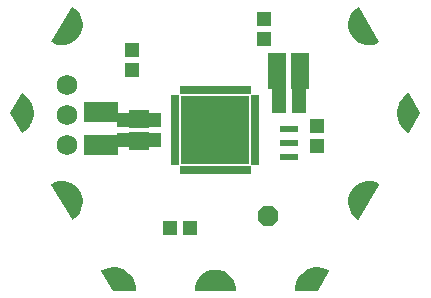
<source format=gbr>
G04 EAGLE Gerber RS-274X export*
G75*
%MOMM*%
%FSLAX34Y34*%
%LPD*%
%INSoldermask Bottom*%
%IPPOS*%
%AMOC8*
5,1,8,0,0,1.08239X$1,22.5*%
G01*
%ADD10R,1.603197X0.603200*%
%ADD11P,1.869504X8X112.500000*%
%ADD12R,1.303200X1.203200*%
%ADD13R,1.203200X1.303200*%
%ADD14R,1.503200X1.703200*%
%ADD15R,1.703200X1.503200*%
%ADD16C,1.727200*%
%ADD17C,1.203200*%
%ADD18R,2.903200X1.803200*%
%ADD19R,0.753200X0.500381*%
%ADD20R,0.500381X0.753200*%
%ADD21R,5.803200X5.803200*%

G36*
X17029Y319D02*
X17029Y319D01*
X17058Y317D01*
X17125Y339D01*
X17195Y353D01*
X17219Y369D01*
X17247Y378D01*
X17300Y425D01*
X17359Y465D01*
X17375Y490D01*
X17397Y509D01*
X17428Y573D01*
X17466Y633D01*
X17471Y662D01*
X17483Y688D01*
X17492Y787D01*
X17499Y829D01*
X17496Y840D01*
X17498Y854D01*
X17266Y3652D01*
X17256Y3685D01*
X17252Y3733D01*
X16563Y6455D01*
X16548Y6486D01*
X16536Y6533D01*
X15408Y9104D01*
X15388Y9132D01*
X15369Y9177D01*
X13833Y11527D01*
X13809Y11552D01*
X13783Y11592D01*
X11881Y13658D01*
X11853Y13678D01*
X11820Y13714D01*
X9605Y15438D01*
X9574Y15454D01*
X9536Y15483D01*
X7066Y16820D01*
X7033Y16830D01*
X6991Y16853D01*
X5805Y17260D01*
X4351Y17759D01*
X4335Y17765D01*
X4301Y17769D01*
X4255Y17785D01*
X1486Y18247D01*
X1451Y18246D01*
X1404Y18254D01*
X-1404Y18254D01*
X-1438Y18247D01*
X-1486Y18247D01*
X-4255Y17785D01*
X-4288Y17772D01*
X-4335Y17765D01*
X-6991Y16853D01*
X-7021Y16835D01*
X-7066Y16820D01*
X-9536Y15483D01*
X-9562Y15461D01*
X-9605Y15438D01*
X-11820Y13714D01*
X-11843Y13687D01*
X-11881Y13658D01*
X-13783Y11592D01*
X-13801Y11563D01*
X-13833Y11527D01*
X-15369Y9177D01*
X-15382Y9144D01*
X-15408Y9104D01*
X-16536Y6533D01*
X-16543Y6499D01*
X-16546Y6493D01*
X-16552Y6484D01*
X-16553Y6478D01*
X-16563Y6455D01*
X-17252Y3733D01*
X-17254Y3698D01*
X-17266Y3652D01*
X-17498Y854D01*
X-17494Y825D01*
X-17499Y796D01*
X-17483Y727D01*
X-17474Y656D01*
X-17460Y631D01*
X-17453Y603D01*
X-17411Y545D01*
X-17376Y484D01*
X-17352Y466D01*
X-17335Y442D01*
X-17274Y406D01*
X-17217Y363D01*
X-17189Y356D01*
X-17164Y341D01*
X-17066Y324D01*
X-17025Y314D01*
X-17014Y316D01*
X-17000Y313D01*
X17000Y313D01*
X17029Y319D01*
G37*
G36*
X-121393Y60622D02*
X-121393Y60622D01*
X-121322Y60619D01*
X-121295Y60630D01*
X-121266Y60632D01*
X-121176Y60674D01*
X-121136Y60689D01*
X-121128Y60697D01*
X-121115Y60702D01*
X-118812Y62302D01*
X-118788Y62327D01*
X-118748Y62354D01*
X-116739Y64311D01*
X-116720Y64340D01*
X-116685Y64374D01*
X-115026Y66634D01*
X-115011Y66666D01*
X-114982Y66705D01*
X-113718Y69208D01*
X-113709Y69241D01*
X-113687Y69284D01*
X-112851Y71961D01*
X-112848Y71996D01*
X-112833Y72042D01*
X-112450Y74820D01*
X-112452Y74855D01*
X-112446Y74902D01*
X-112525Y77706D01*
X-112533Y77740D01*
X-112534Y77788D01*
X-113073Y80540D01*
X-113087Y80572D01*
X-113096Y80619D01*
X-114081Y83245D01*
X-114096Y83270D01*
X-114101Y83289D01*
X-114109Y83300D01*
X-114116Y83319D01*
X-115520Y85747D01*
X-115543Y85773D01*
X-115567Y85815D01*
X-117351Y87979D01*
X-117378Y88000D01*
X-117409Y88038D01*
X-119525Y89878D01*
X-119555Y89895D01*
X-119591Y89927D01*
X-121982Y91394D01*
X-122014Y91406D01*
X-122055Y91431D01*
X-124654Y92485D01*
X-124688Y92491D01*
X-124733Y92509D01*
X-127470Y93121D01*
X-127505Y93122D01*
X-127552Y93132D01*
X-130352Y93285D01*
X-130386Y93280D01*
X-130434Y93283D01*
X-133222Y92972D01*
X-133255Y92962D01*
X-133303Y92956D01*
X-136001Y92191D01*
X-136031Y92176D01*
X-136078Y92162D01*
X-138613Y90964D01*
X-138637Y90946D01*
X-138664Y90936D01*
X-138716Y90887D01*
X-138773Y90845D01*
X-138787Y90820D01*
X-138809Y90800D01*
X-138837Y90734D01*
X-138873Y90673D01*
X-138876Y90644D01*
X-138888Y90617D01*
X-138889Y90546D01*
X-138898Y90476D01*
X-138890Y90448D01*
X-138890Y90418D01*
X-138856Y90326D01*
X-138844Y90284D01*
X-138837Y90276D01*
X-138832Y90263D01*
X-121832Y60863D01*
X-121813Y60841D01*
X-121800Y60814D01*
X-121747Y60767D01*
X-121700Y60714D01*
X-121674Y60701D01*
X-121652Y60682D01*
X-121585Y60659D01*
X-121521Y60628D01*
X-121492Y60627D01*
X-121464Y60617D01*
X-121393Y60622D01*
G37*
G36*
X130386Y208345D02*
X130386Y208345D01*
X130434Y208343D01*
X133222Y208653D01*
X133255Y208663D01*
X133303Y208669D01*
X136001Y209434D01*
X136031Y209450D01*
X136078Y209463D01*
X138613Y210661D01*
X138637Y210679D01*
X138664Y210689D01*
X138716Y210738D01*
X138773Y210780D01*
X138787Y210805D01*
X138809Y210825D01*
X138837Y210891D01*
X138873Y210952D01*
X138876Y210981D01*
X138888Y211008D01*
X138889Y211079D01*
X138898Y211149D01*
X138890Y211177D01*
X138890Y211207D01*
X138856Y211299D01*
X138844Y211341D01*
X138837Y211350D01*
X138832Y211362D01*
X121832Y240762D01*
X121813Y240784D01*
X121800Y240811D01*
X121747Y240858D01*
X121700Y240911D01*
X121674Y240924D01*
X121652Y240943D01*
X121585Y240966D01*
X121521Y240997D01*
X121492Y240998D01*
X121464Y241008D01*
X121393Y241003D01*
X121322Y241006D01*
X121295Y240995D01*
X121266Y240993D01*
X121176Y240951D01*
X121136Y240936D01*
X121128Y240929D01*
X121115Y240923D01*
X118812Y239323D01*
X118788Y239298D01*
X118748Y239271D01*
X116739Y237314D01*
X116720Y237285D01*
X116685Y237251D01*
X115026Y234991D01*
X115011Y234959D01*
X114982Y234920D01*
X113718Y232417D01*
X113709Y232384D01*
X113687Y232341D01*
X112851Y229664D01*
X112848Y229629D01*
X112833Y229583D01*
X112450Y226805D01*
X112452Y226770D01*
X112446Y226723D01*
X112525Y223919D01*
X112533Y223885D01*
X112534Y223837D01*
X113073Y221085D01*
X113087Y221053D01*
X113096Y221006D01*
X114081Y218380D01*
X114099Y218351D01*
X114116Y218306D01*
X115520Y215878D01*
X115543Y215852D01*
X115567Y215810D01*
X117351Y213646D01*
X117378Y213625D01*
X117409Y213587D01*
X119525Y211747D01*
X119555Y211730D01*
X119591Y211698D01*
X121982Y210231D01*
X122014Y210219D01*
X122055Y210194D01*
X124654Y209140D01*
X124688Y209134D01*
X124733Y209116D01*
X127470Y208504D01*
X127505Y208503D01*
X127552Y208493D01*
X130352Y208340D01*
X130386Y208345D01*
G37*
G36*
X121426Y60623D02*
X121426Y60623D01*
X121497Y60623D01*
X121524Y60634D01*
X121553Y60637D01*
X121615Y60672D01*
X121680Y60699D01*
X121701Y60720D01*
X121726Y60734D01*
X121789Y60811D01*
X121819Y60841D01*
X121823Y60852D01*
X121832Y60863D01*
X138832Y90263D01*
X138841Y90290D01*
X138858Y90314D01*
X138873Y90384D01*
X138895Y90451D01*
X138893Y90480D01*
X138899Y90509D01*
X138886Y90579D01*
X138880Y90649D01*
X138867Y90675D01*
X138861Y90704D01*
X138821Y90763D01*
X138789Y90826D01*
X138766Y90845D01*
X138750Y90869D01*
X138668Y90926D01*
X138635Y90953D01*
X138625Y90956D01*
X138613Y90964D01*
X136078Y92162D01*
X136044Y92171D01*
X136001Y92191D01*
X133303Y92956D01*
X133268Y92959D01*
X133222Y92972D01*
X130434Y93283D01*
X130400Y93279D01*
X130352Y93285D01*
X127552Y93132D01*
X127518Y93123D01*
X127470Y93121D01*
X124733Y92509D01*
X124701Y92495D01*
X124654Y92485D01*
X122055Y91431D01*
X122026Y91412D01*
X121982Y91394D01*
X119591Y89927D01*
X119566Y89903D01*
X119525Y89878D01*
X117409Y88038D01*
X117388Y88010D01*
X117351Y87979D01*
X115567Y85815D01*
X115551Y85784D01*
X115520Y85747D01*
X114116Y83319D01*
X114105Y83287D01*
X114098Y83274D01*
X114088Y83259D01*
X114088Y83257D01*
X114081Y83245D01*
X113096Y80619D01*
X113090Y80585D01*
X113073Y80540D01*
X112534Y77788D01*
X112534Y77753D01*
X112525Y77706D01*
X112446Y74902D01*
X112452Y74868D01*
X112450Y74820D01*
X112833Y72042D01*
X112845Y72009D01*
X112851Y71961D01*
X113687Y69284D01*
X113704Y69254D01*
X113718Y69208D01*
X114982Y66705D01*
X115004Y66677D01*
X115026Y66634D01*
X116685Y64374D01*
X116711Y64350D01*
X116739Y64311D01*
X118748Y62354D01*
X118777Y62336D01*
X118812Y62302D01*
X121115Y60702D01*
X121142Y60691D01*
X121165Y60672D01*
X121233Y60652D01*
X121298Y60624D01*
X121327Y60624D01*
X121355Y60615D01*
X121426Y60623D01*
G37*
G36*
X-127552Y208493D02*
X-127552Y208493D01*
X-127518Y208502D01*
X-127470Y208504D01*
X-124733Y209116D01*
X-124701Y209130D01*
X-124654Y209140D01*
X-122055Y210194D01*
X-122026Y210213D01*
X-121982Y210231D01*
X-119591Y211698D01*
X-119566Y211722D01*
X-119525Y211747D01*
X-117409Y213587D01*
X-117388Y213615D01*
X-117351Y213646D01*
X-115567Y215810D01*
X-115551Y215841D01*
X-115520Y215878D01*
X-114116Y218306D01*
X-114105Y218338D01*
X-114081Y218380D01*
X-113096Y221006D01*
X-113090Y221040D01*
X-113073Y221085D01*
X-112534Y223837D01*
X-112534Y223872D01*
X-112525Y223919D01*
X-112446Y226723D01*
X-112452Y226757D01*
X-112450Y226805D01*
X-112833Y229583D01*
X-112845Y229616D01*
X-112851Y229664D01*
X-113687Y232341D01*
X-113704Y232371D01*
X-113718Y232417D01*
X-114982Y234920D01*
X-115004Y234948D01*
X-115026Y234991D01*
X-116685Y237251D01*
X-116711Y237275D01*
X-116739Y237314D01*
X-118748Y239271D01*
X-118777Y239289D01*
X-118812Y239323D01*
X-121115Y240923D01*
X-121142Y240934D01*
X-121165Y240953D01*
X-121233Y240973D01*
X-121298Y241001D01*
X-121327Y241001D01*
X-121355Y241010D01*
X-121426Y241002D01*
X-121497Y241002D01*
X-121524Y240991D01*
X-121553Y240988D01*
X-121615Y240953D01*
X-121680Y240926D01*
X-121701Y240905D01*
X-121726Y240891D01*
X-121789Y240814D01*
X-121819Y240784D01*
X-121823Y240773D01*
X-121832Y240762D01*
X-138832Y211362D01*
X-138841Y211335D01*
X-138858Y211311D01*
X-138873Y211241D01*
X-138895Y211174D01*
X-138893Y211145D01*
X-138899Y211116D01*
X-138886Y211046D01*
X-138880Y210976D01*
X-138867Y210950D01*
X-138861Y210921D01*
X-138821Y210862D01*
X-138789Y210799D01*
X-138766Y210780D01*
X-138750Y210756D01*
X-138668Y210699D01*
X-138635Y210672D01*
X-138625Y210669D01*
X-138613Y210661D01*
X-136078Y209463D01*
X-136044Y209454D01*
X-136001Y209434D01*
X-133303Y208669D01*
X-133268Y208666D01*
X-133222Y208653D01*
X-130434Y208343D01*
X-130400Y208346D01*
X-130352Y208340D01*
X-127552Y208493D01*
G37*
G36*
X163727Y133823D02*
X163727Y133823D01*
X163798Y133823D01*
X163825Y133834D01*
X163854Y133837D01*
X163916Y133873D01*
X163981Y133900D01*
X164002Y133921D01*
X164027Y133935D01*
X164090Y134012D01*
X164120Y134043D01*
X164124Y134053D01*
X164133Y134063D01*
X173633Y150563D01*
X173643Y150595D01*
X173652Y150608D01*
X173656Y150633D01*
X173657Y150636D01*
X173688Y150707D01*
X173688Y150730D01*
X173696Y150752D01*
X173690Y150829D01*
X173691Y150906D01*
X173681Y150930D01*
X173680Y150950D01*
X173659Y150990D01*
X173633Y151062D01*
X164133Y167562D01*
X164114Y167583D01*
X164101Y167610D01*
X164048Y167657D01*
X164001Y167711D01*
X163975Y167723D01*
X163954Y167743D01*
X163886Y167766D01*
X163822Y167797D01*
X163793Y167798D01*
X163766Y167807D01*
X163694Y167803D01*
X163623Y167806D01*
X163596Y167796D01*
X163567Y167794D01*
X163477Y167751D01*
X163437Y167737D01*
X163429Y167729D01*
X163416Y167723D01*
X160893Y165982D01*
X160869Y165957D01*
X160831Y165931D01*
X158619Y163807D01*
X158600Y163779D01*
X158566Y163747D01*
X156724Y161295D01*
X156710Y161265D01*
X156681Y161227D01*
X155256Y158512D01*
X155247Y158481D01*
X155231Y158456D01*
X155230Y158448D01*
X155225Y158439D01*
X154254Y155530D01*
X154250Y155496D01*
X154235Y155452D01*
X153743Y152426D01*
X153744Y152392D01*
X153736Y152346D01*
X153736Y149279D01*
X153737Y149276D01*
X153737Y149273D01*
X153743Y149247D01*
X153743Y149246D01*
X153743Y149199D01*
X154235Y146173D01*
X154247Y146141D01*
X154254Y146095D01*
X155225Y143186D01*
X155242Y143157D01*
X155256Y143113D01*
X156681Y140398D01*
X156703Y140371D01*
X156724Y140330D01*
X158566Y137878D01*
X158591Y137856D01*
X158619Y137818D01*
X160831Y135694D01*
X160859Y135676D01*
X160893Y135643D01*
X163416Y133902D01*
X163443Y133890D01*
X163465Y133872D01*
X163534Y133852D01*
X163599Y133824D01*
X163628Y133823D01*
X163656Y133815D01*
X163727Y133823D01*
G37*
G36*
X-163694Y133822D02*
X-163694Y133822D01*
X-163623Y133819D01*
X-163596Y133829D01*
X-163567Y133831D01*
X-163477Y133874D01*
X-163437Y133888D01*
X-163429Y133896D01*
X-163416Y133902D01*
X-160893Y135643D01*
X-160869Y135668D01*
X-160831Y135694D01*
X-158619Y137818D01*
X-158600Y137846D01*
X-158566Y137878D01*
X-156724Y140330D01*
X-156710Y140360D01*
X-156681Y140398D01*
X-155256Y143113D01*
X-155247Y143145D01*
X-155225Y143186D01*
X-154254Y146095D01*
X-154250Y146129D01*
X-154235Y146173D01*
X-153743Y149199D01*
X-153744Y149233D01*
X-153736Y149279D01*
X-153736Y152346D01*
X-153743Y152379D01*
X-153743Y152426D01*
X-154235Y155452D01*
X-154247Y155484D01*
X-154254Y155530D01*
X-155225Y158439D01*
X-155238Y158462D01*
X-155244Y158486D01*
X-155251Y158495D01*
X-155256Y158512D01*
X-156681Y161227D01*
X-156703Y161254D01*
X-156724Y161295D01*
X-158566Y163747D01*
X-158591Y163769D01*
X-158619Y163807D01*
X-160831Y165931D01*
X-160859Y165949D01*
X-160893Y165982D01*
X-163416Y167723D01*
X-163443Y167735D01*
X-163465Y167753D01*
X-163534Y167774D01*
X-163599Y167801D01*
X-163628Y167802D01*
X-163656Y167810D01*
X-163727Y167802D01*
X-163798Y167802D01*
X-163825Y167791D01*
X-163854Y167788D01*
X-163916Y167753D01*
X-163981Y167725D01*
X-164002Y167704D01*
X-164027Y167690D01*
X-164090Y167613D01*
X-164120Y167582D01*
X-164124Y167572D01*
X-164133Y167562D01*
X-173633Y151062D01*
X-173657Y150989D01*
X-173688Y150918D01*
X-173688Y150895D01*
X-173696Y150873D01*
X-173690Y150796D01*
X-173691Y150719D01*
X-173681Y150695D01*
X-173680Y150675D01*
X-173659Y150635D01*
X-173640Y150583D01*
X-173639Y150578D01*
X-173637Y150576D01*
X-173633Y150563D01*
X-164133Y134063D01*
X-164114Y134042D01*
X-164101Y134015D01*
X-164048Y133968D01*
X-164001Y133914D01*
X-163975Y133902D01*
X-163954Y133882D01*
X-163886Y133859D01*
X-163822Y133828D01*
X-163793Y133827D01*
X-163766Y133818D01*
X-163694Y133822D01*
G37*
G36*
X86676Y329D02*
X86676Y329D01*
X86754Y337D01*
X86773Y348D01*
X86795Y353D01*
X86859Y397D01*
X86927Y435D01*
X86943Y454D01*
X86959Y465D01*
X86983Y503D01*
X87033Y563D01*
X96533Y17063D01*
X96542Y17091D01*
X96558Y17114D01*
X96573Y17184D01*
X96596Y17252D01*
X96593Y17281D01*
X96599Y17309D01*
X96586Y17379D01*
X96580Y17450D01*
X96567Y17476D01*
X96561Y17504D01*
X96521Y17563D01*
X96488Y17627D01*
X96466Y17645D01*
X96450Y17669D01*
X96367Y17726D01*
X96335Y17753D01*
X96324Y17756D01*
X96314Y17764D01*
X93548Y19072D01*
X93515Y19080D01*
X93472Y19101D01*
X90532Y19948D01*
X90498Y19951D01*
X90454Y19964D01*
X87416Y20330D01*
X87382Y20327D01*
X87335Y20333D01*
X84278Y20206D01*
X84245Y20198D01*
X84198Y20196D01*
X81201Y19580D01*
X81170Y19567D01*
X81124Y19558D01*
X78264Y18470D01*
X78236Y18451D01*
X78192Y18435D01*
X75544Y16902D01*
X75518Y16879D01*
X75478Y16856D01*
X73110Y14918D01*
X73088Y14892D01*
X73052Y14862D01*
X71025Y12570D01*
X71009Y12540D01*
X70977Y12505D01*
X69345Y9917D01*
X69333Y9886D01*
X69308Y9846D01*
X68112Y7030D01*
X68105Y6996D01*
X68102Y6990D01*
X68098Y6983D01*
X68097Y6978D01*
X68086Y6953D01*
X67358Y3982D01*
X67356Y3948D01*
X67345Y3902D01*
X67102Y852D01*
X67106Y824D01*
X67101Y796D01*
X67118Y726D01*
X67126Y655D01*
X67141Y630D01*
X67147Y603D01*
X67190Y545D01*
X67226Y482D01*
X67248Y465D01*
X67265Y442D01*
X67327Y406D01*
X67384Y362D01*
X67412Y355D01*
X67436Y341D01*
X67536Y324D01*
X67577Y314D01*
X67587Y315D01*
X67600Y313D01*
X86600Y313D01*
X86676Y329D01*
G37*
G36*
X-67572Y319D02*
X-67572Y319D01*
X-67544Y316D01*
X-67476Y339D01*
X-67405Y353D01*
X-67382Y369D01*
X-67355Y378D01*
X-67300Y425D01*
X-67241Y465D01*
X-67226Y489D01*
X-67205Y508D01*
X-67173Y572D01*
X-67134Y633D01*
X-67129Y661D01*
X-67117Y686D01*
X-67108Y788D01*
X-67101Y829D01*
X-67103Y839D01*
X-67102Y852D01*
X-67345Y3902D01*
X-67354Y3935D01*
X-67358Y3982D01*
X-68086Y6953D01*
X-68101Y6984D01*
X-68112Y7030D01*
X-69308Y9846D01*
X-69327Y9874D01*
X-69345Y9917D01*
X-70977Y12505D01*
X-71001Y12530D01*
X-71025Y12570D01*
X-73052Y14862D01*
X-73079Y14883D01*
X-73110Y14918D01*
X-75478Y16856D01*
X-75508Y16872D01*
X-75544Y16902D01*
X-78192Y18435D01*
X-78224Y18446D01*
X-78264Y18470D01*
X-81124Y19558D01*
X-81157Y19564D01*
X-81201Y19580D01*
X-84198Y20196D01*
X-84232Y20196D01*
X-84278Y20206D01*
X-87335Y20333D01*
X-87369Y20327D01*
X-87416Y20330D01*
X-90454Y19964D01*
X-90486Y19954D01*
X-90532Y19948D01*
X-93472Y19101D01*
X-93502Y19085D01*
X-93548Y19072D01*
X-96314Y17764D01*
X-96336Y17747D01*
X-96363Y17737D01*
X-96415Y17688D01*
X-96473Y17645D01*
X-96487Y17620D01*
X-96508Y17600D01*
X-96537Y17535D01*
X-96573Y17473D01*
X-96576Y17445D01*
X-96588Y17418D01*
X-96589Y17346D01*
X-96598Y17276D01*
X-96590Y17248D01*
X-96591Y17219D01*
X-96555Y17125D01*
X-96544Y17084D01*
X-96537Y17076D01*
X-96533Y17063D01*
X-87033Y563D01*
X-86981Y505D01*
X-86935Y442D01*
X-86916Y431D01*
X-86901Y414D01*
X-86831Y381D01*
X-86764Y341D01*
X-86740Y337D01*
X-86722Y328D01*
X-86677Y326D01*
X-86600Y313D01*
X-67600Y313D01*
X-67572Y319D01*
G37*
D10*
X61913Y113413D03*
X61913Y125413D03*
X61913Y137412D03*
D11*
X44450Y63500D03*
D12*
X-70875Y204325D03*
X-70875Y187325D03*
D13*
X-38663Y53975D03*
X-21663Y53975D03*
D12*
X85725Y140263D03*
X85725Y123263D03*
X53413Y166688D03*
X70413Y166688D03*
X53413Y157163D03*
X70413Y157163D03*
D13*
X-52388Y145025D03*
X-52388Y128025D03*
D14*
X52413Y193675D03*
X71413Y193675D03*
X52413Y179388D03*
X71413Y179388D03*
D15*
X-65088Y146025D03*
X-65088Y127025D03*
D16*
X-125413Y174625D03*
X-125413Y149225D03*
X-125413Y123825D03*
D17*
X165200Y150813D03*
X82600Y7713D03*
X-82600Y7713D03*
X-165200Y150813D03*
X123900Y222313D03*
X123900Y79313D03*
X0Y7713D03*
X-123900Y79313D03*
X-123900Y222313D03*
D13*
X41275Y213750D03*
X41275Y230750D03*
X-77788Y145025D03*
X-77788Y128025D03*
D18*
X-96838Y152113D03*
X-96838Y124113D03*
D19*
X33800Y164032D03*
X33800Y159031D03*
X33800Y154029D03*
X33800Y149028D03*
X33800Y144027D03*
X33800Y139026D03*
X33800Y134024D03*
X33800Y129023D03*
X33800Y124022D03*
X33800Y119021D03*
X33800Y114019D03*
X33800Y109018D03*
D20*
X27507Y102725D03*
X22506Y102725D03*
X17504Y102725D03*
X12503Y102725D03*
X7502Y102725D03*
X2501Y102725D03*
X-2501Y102725D03*
X-7502Y102725D03*
X-12503Y102725D03*
X-17504Y102725D03*
X-22506Y102725D03*
X-27507Y102725D03*
D19*
X-33800Y109018D03*
X-33800Y114019D03*
X-33800Y119021D03*
X-33800Y124022D03*
X-33800Y129023D03*
X-33800Y134024D03*
X-33800Y139026D03*
X-33800Y144027D03*
X-33800Y149028D03*
X-33800Y154029D03*
X-33800Y159031D03*
X-33800Y164032D03*
D20*
X-27507Y170325D03*
X-22506Y170325D03*
X-17504Y170325D03*
X-12503Y170325D03*
X-7502Y170325D03*
X-2501Y170325D03*
X2501Y170325D03*
X7502Y170325D03*
X12503Y170325D03*
X17504Y170325D03*
X22506Y170325D03*
X27507Y170325D03*
D21*
X0Y136525D03*
M02*

</source>
